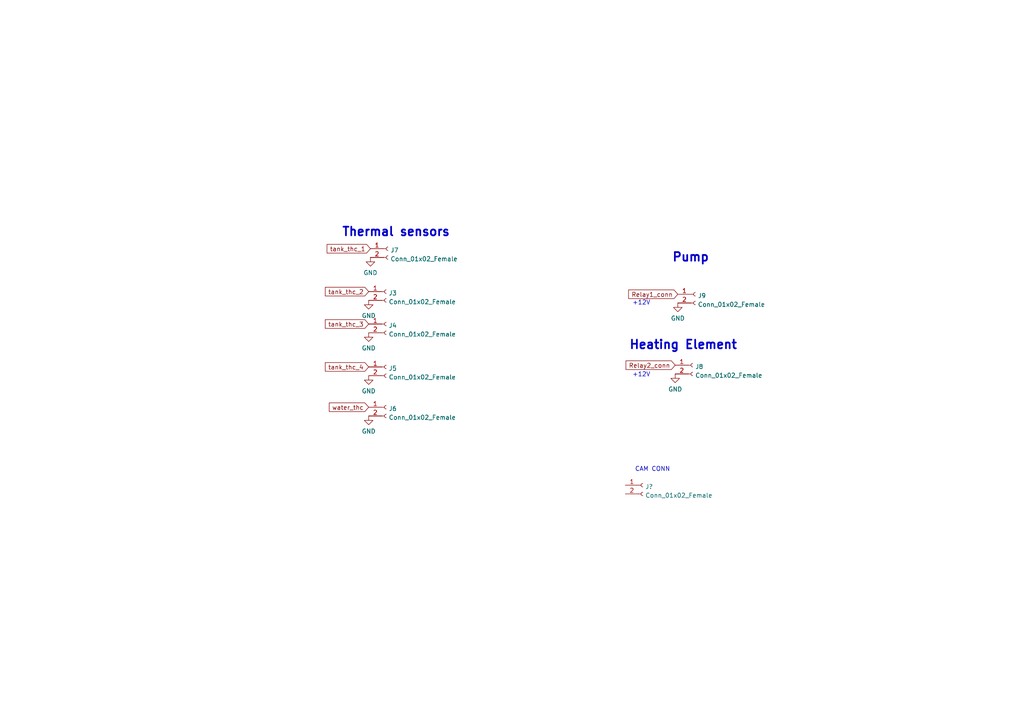
<source format=kicad_sch>
(kicad_sch (version 20211123) (generator eeschema)
  (paper "A4")
  (lib_symbols
    (symbol "Connector:Conn_01x02_Female" (pin_names (offset 1.016) hide)
      (property "Reference" "J" (at 0 2.54 0))
      (property "Value" "Conn_01x02_Female" (at 0 -5.08 0))
      (symbol "Conn_01x02_Female_1_1"
        (arc (start 0 -2.032) (mid -0.508 -2.54) (end 0 -3.048) (stroke (width 0.1524)))
        (polyline (pts (xy -1.27 -2.54) (xy -0.508 -2.54)) (stroke (width 0.1524)))
        (polyline (pts (xy -1.27 0) (xy -0.508 0)) (stroke (width 0.1524)))
        (arc (start 0 0.508) (mid -0.508 0) (end 0 -0.508) (stroke (width 0.1524)))
        (pin passive line (at -5.08 0 0) (length 3.81) (name "Pin_1") (number "1"))
        (pin passive line (at -5.08 -2.54 0) (length 3.81) (name "Pin_2") (number "2"))
      )
    )
    (symbol "power:GND" (power) (pin_names (offset 0))
      (property "Value" "GND" (at 0 -3.81 0))
      (symbol "GND_0_1"
        (polyline (pts (xy 0 0) (xy 0 -1.27) (xy 1.27 -1.27) (xy 0 -2.54) (xy -1.27 -1.27) (xy 0 -1.27)))
      )
      (symbol "GND_1_1"
        (pin power_in line (at 0 0 270) (length 0) hide (name "GND") (number "1"))
      )
    )
  )
  (text "Heating Element" (at 182.372 101.6 0) (effects (font (size 2.5 2.5) (thickness 0.5) bold) (justify left bottom)))
  (text "+12V" (at 183.388 88.646 0) (effects (font (size 1.27 1.27)) (justify left bottom)))
  (text "Pump" (at 194.818 76.2 0) (effects (font (size 2.5 2.5) (thickness 0.5) bold) (justify left bottom)))
  (text "+12V" (at 183.388 109.474 0) (effects (font (size 1.27 1.27)) (justify left bottom)))
  (text "CAM CONN" (at 184.15 136.906 0) (effects (font (size 1.27 1.27)) (justify left bottom)))
  (text "Thermal sensors" (at 99.06 68.834 0) (effects (font (size 2.5 2.5) (thickness 0.5) bold) (justify left bottom)))
  (global_label "tank_thc_1" (shape input) (at 107.442 72.136 180) (property "Intersheet References" "${INTERSHEET_REFS}" (effects hide)))
  (global_label "water_thc" (shape input) (at 106.934 118.11 180) (property "Intersheet References" "${INTERSHEET_REFS}" (effects hide)))
  (global_label "Relay1_conn" (shape input) (at 196.596 85.344 180) (property "Intersheet References" "${INTERSHEET_REFS}" (effects hide)))
  (global_label "tank_thc_3" (shape input) (at 106.934 93.98 180) (property "Intersheet References" "${INTERSHEET_REFS}" (effects hide)))
  (global_label "tank_thc_2" (shape input) (at 106.934 84.582 180) (property "Intersheet References" "${INTERSHEET_REFS}" (effects hide)))
  (global_label "Relay2_conn" (shape input) (at 195.834 105.918 180) (property "Intersheet References" "${INTERSHEET_REFS}" (effects hide)))
  (global_label "tank_thc_4" (shape input) (at 106.934 106.426 180) (property "Intersheet References" "${INTERSHEET_REFS}" (effects hide)))
  (symbol (lib_id "power:GND") (at 107.442 74.676 0) (unit 1)
    (property "Reference" "#PWR024" (effects hide))
    (property "Value" "GND" (at 107.442 79.1194 0))
  )
  (symbol (lib_id "Connector:Conn_01x02_Female") (at 112.522 72.136 0) (unit 1)
    (property "Reference" "J7" (at 113.2332 72.5713 0) (effects (justify left)))
    (property "Value" "Conn_01x02_Female" (at 113.2332 75.1082 0) (effects (justify left)))
    (property "Footprint" "Connector_PinHeader_2.54mm:PinHeader_1x02_P2.54mm_Horizontal" (effects hide))
  )
  (symbol (lib_id "power:GND") (at 106.934 120.65 0) (unit 1)
    (property "Reference" "#PWR023" (effects hide))
    (property "Value" "GND" (at 106.934 125.0934 0))
  )
  (symbol (lib_id "Connector:Conn_01x02_Female") (at 112.014 118.11 0) (unit 1)
    (property "Reference" "J6" (at 112.7252 118.5453 0) (effects (justify left)))
    (property "Value" "Conn_01x02_Female" (at 112.7252 121.0822 0) (effects (justify left)))
    (property "Footprint" "Connector_PinHeader_2.54mm:PinHeader_1x02_P2.54mm_Horizontal" (effects hide))
  )
  (symbol (lib_id "power:GND") (at 106.934 108.966 0) (unit 1)
    (property "Reference" "#PWR022" (effects hide))
    (property "Value" "GND" (at 106.934 113.4094 0))
  )
  (symbol (lib_id "Connector:Conn_01x02_Female") (at 112.014 84.582 0) (unit 1)
    (property "Reference" "J3" (at 112.7252 85.0173 0) (effects (justify left)))
    (property "Value" "Conn_01x02_Female" (at 112.7252 87.5542 0) (effects (justify left)))
    (property "Footprint" "Connector_PinHeader_2.54mm:PinHeader_1x02_P2.54mm_Horizontal" (effects hide))
  )
  (symbol (lib_id "Connector:Conn_01x02_Female") (at 200.914 105.918 0) (unit 1)
    (property "Reference" "J8" (at 201.6252 106.3533 0) (effects (justify left)))
    (property "Value" "Conn_01x02_Female" (at 201.6252 108.8902 0) (effects (justify left)))
    (property "Footprint" "Connector_PinHeader_2.54mm:PinHeader_1x02_P2.54mm_Horizontal" (effects hide))
  )
  (symbol (lib_id "Connector:Conn_01x02_Female") (at 112.014 106.426 0) (unit 1)
    (property "Reference" "J5" (at 112.7252 106.8613 0) (effects (justify left)))
    (property "Value" "Conn_01x02_Female" (at 112.7252 109.3982 0) (effects (justify left)))
    (property "Footprint" "Connector_PinHeader_2.54mm:PinHeader_1x02_P2.54mm_Horizontal" (effects hide))
  )
  (symbol (lib_id "Connector:Conn_01x02_Female") (at 201.676 85.344 0) (unit 1)
    (property "Reference" "J9" (at 202.3872 85.7793 0) (effects (justify left)))
    (property "Value" "Conn_01x02_Female" (at 202.3872 88.3162 0) (effects (justify left)))
    (property "Footprint" "Connector_PinHeader_2.54mm:PinHeader_1x02_P2.54mm_Horizontal" (effects hide))
  )
  (symbol (lib_id "power:GND") (at 106.934 87.122 0) (unit 1)
    (property "Reference" "#PWR020" (effects hide))
    (property "Value" "GND" (at 106.934 91.5654 0))
  )
  (symbol (lib_id "Connector:Conn_01x02_Female") (at 112.014 93.98 0) (unit 1)
    (property "Reference" "J4" (at 112.7252 94.4153 0) (effects (justify left)))
    (property "Value" "Conn_01x02_Female" (at 112.7252 96.9522 0) (effects (justify left)))
    (property "Footprint" "Connector_PinHeader_2.54mm:PinHeader_1x02_P2.54mm_Horizontal" (effects hide))
  )
  (symbol (lib_id "Connector:Conn_01x02_Female") (at 186.436 140.716 0) (unit 1)
    (property "Reference" "J?" (at 187.1472 141.1513 0) (effects (justify left)))
    (property "Value" "Conn_01x02_Female" (at 187.1472 143.6882 0) (effects (justify left)))
  )
  (symbol (lib_id "power:GND") (at 196.596 87.884 0) (unit 1)
    (property "Reference" "#PWR026" (effects hide))
    (property "Value" "GND" (at 196.596 92.3274 0))
  )
  (symbol (lib_id "power:GND") (at 106.934 96.52 0) (unit 1)
    (property "Reference" "#PWR021" (effects hide))
    (property "Value" "GND" (at 106.934 100.9634 0))
  )
  (symbol (lib_id "power:GND") (at 195.834 108.458 0) (unit 1)
    (property "Reference" "#PWR025" (effects hide))
    (property "Value" "GND" (at 195.834 112.9014 0))
  )
)
</source>
